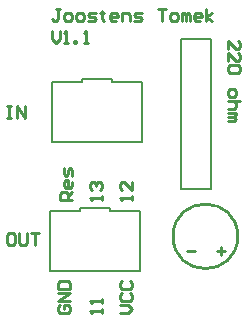
<source format=gto>
G04 Layer_Color=65535*
%FSLAX44Y44*%
%MOMM*%
G71*
G01*
G75*
%ADD10C,0.2540*%
%ADD17C,0.1270*%
D10*
X230557Y105410D02*
G03*
X230557Y105410I-27357J0D01*
G01*
X80431Y297681D02*
X77046D01*
X78738D01*
Y289217D01*
X77046Y287524D01*
X75353D01*
X73660Y289217D01*
X85510Y287524D02*
X88895D01*
X90588Y289217D01*
Y292602D01*
X88895Y294295D01*
X85510D01*
X83817Y292602D01*
Y289217D01*
X85510Y287524D01*
X95666D02*
X99052D01*
X100745Y289217D01*
Y292602D01*
X99052Y294295D01*
X95666D01*
X93973Y292602D01*
Y289217D01*
X95666Y287524D01*
X104130D02*
X109208D01*
X110901Y289217D01*
X109208Y290910D01*
X105823D01*
X104130Y292602D01*
X105823Y294295D01*
X110901D01*
X115980Y295988D02*
Y294295D01*
X114287D01*
X117673D01*
X115980D01*
Y289217D01*
X117673Y287524D01*
X127829D02*
X124444D01*
X122751Y289217D01*
Y292602D01*
X124444Y294295D01*
X127829D01*
X129522Y292602D01*
Y290910D01*
X122751D01*
X132908Y287524D02*
Y294295D01*
X137986D01*
X139679Y292602D01*
Y287524D01*
X143064D02*
X148143D01*
X149835Y289217D01*
X148143Y290910D01*
X144757D01*
X143064Y292602D01*
X144757Y294295D01*
X149835D01*
X163378Y297681D02*
X170149D01*
X166763D01*
Y287524D01*
X175227D02*
X178613D01*
X180306Y289217D01*
Y292602D01*
X178613Y294295D01*
X175227D01*
X173535Y292602D01*
Y289217D01*
X175227Y287524D01*
X183691D02*
Y294295D01*
X185384D01*
X187077Y292602D01*
Y287524D01*
Y292602D01*
X188769Y294295D01*
X190462Y292602D01*
Y287524D01*
X198926D02*
X195541D01*
X193848Y289217D01*
Y292602D01*
X195541Y294295D01*
X198926D01*
X200619Y292602D01*
Y290910D01*
X193848D01*
X204005Y287524D02*
Y297681D01*
Y290910D02*
X209083Y294295D01*
X204005Y290910D02*
X209083Y287524D01*
X73660Y279397D02*
Y272626D01*
X77046Y269240D01*
X80431Y272626D01*
Y279397D01*
X83817Y269240D02*
X87202D01*
X85510D01*
Y279397D01*
X83817Y277704D01*
X92281Y269240D02*
Y270933D01*
X93973D01*
Y269240D01*
X92281D01*
X100745D02*
X104130D01*
X102437D01*
Y279397D01*
X100745Y277704D01*
X35560Y215897D02*
X38946D01*
X37253D01*
Y205740D01*
X35560D01*
X38946D01*
X44024D02*
Y215897D01*
X50795Y205740D01*
Y215897D01*
X40638Y107947D02*
X37253D01*
X35560Y106254D01*
Y99483D01*
X37253Y97790D01*
X40638D01*
X42331Y99483D01*
Y106254D01*
X40638Y107947D01*
X45717D02*
Y99483D01*
X47410Y97790D01*
X50795D01*
X52488Y99483D01*
Y107947D01*
X55873D02*
X62645D01*
X59259D01*
Y97790D01*
X222250Y263739D02*
Y270510D01*
X229021Y263739D01*
X230714D01*
X232407Y265432D01*
Y268817D01*
X230714Y270510D01*
X222250Y253582D02*
Y260353D01*
X229021Y253582D01*
X230714D01*
X232407Y255275D01*
Y258661D01*
X230714Y260353D01*
Y250197D02*
X232407Y248504D01*
Y245118D01*
X230714Y243425D01*
X223943D01*
X222250Y245118D01*
Y248504D01*
X223943Y250197D01*
X230714D01*
X222250Y228190D02*
Y224805D01*
X223943Y223112D01*
X227328D01*
X229021Y224805D01*
Y228190D01*
X227328Y229883D01*
X223943D01*
X222250Y228190D01*
X232407Y219726D02*
X222250D01*
X227328D01*
X229021Y218034D01*
Y214648D01*
X227328Y212955D01*
X222250D01*
Y209570D02*
X229021D01*
Y207877D01*
X227328Y206184D01*
X222250D01*
X227328D01*
X229021Y204491D01*
X227328Y202799D01*
X222250D01*
X90170Y135890D02*
X80013D01*
Y140968D01*
X81706Y142661D01*
X85092D01*
X86784Y140968D01*
Y135890D01*
Y139276D02*
X90170Y142661D01*
Y151125D02*
Y147739D01*
X88477Y146047D01*
X85092D01*
X83399Y147739D01*
Y151125D01*
X85092Y152818D01*
X86784D01*
Y146047D01*
X90170Y156203D02*
Y161282D01*
X88477Y162975D01*
X86784Y161282D01*
Y157896D01*
X85092Y156203D01*
X83399Y157896D01*
Y162975D01*
X115570Y135890D02*
Y139276D01*
Y137583D01*
X105413D01*
X107106Y135890D01*
Y144354D02*
X105413Y146047D01*
Y149432D01*
X107106Y151125D01*
X108799D01*
X110492Y149432D01*
Y147739D01*
Y149432D01*
X112184Y151125D01*
X113877D01*
X115570Y149432D01*
Y146047D01*
X113877Y144354D01*
X140970Y135890D02*
Y139276D01*
Y137583D01*
X130813D01*
X132506Y135890D01*
X140970Y151125D02*
Y144354D01*
X134199Y151125D01*
X132506D01*
X130813Y149432D01*
Y146047D01*
X132506Y144354D01*
X115570Y40640D02*
Y44026D01*
Y42333D01*
X105413D01*
X107106Y40640D01*
X115570Y49104D02*
Y52490D01*
Y50797D01*
X105413D01*
X107106Y49104D01*
X130813Y40640D02*
X137584D01*
X140970Y44026D01*
X137584Y47411D01*
X130813D01*
X132506Y57568D02*
X130813Y55875D01*
Y52490D01*
X132506Y50797D01*
X139277D01*
X140970Y52490D01*
Y55875D01*
X139277Y57568D01*
X132506Y67725D02*
X130813Y66032D01*
Y62646D01*
X132506Y60953D01*
X139277D01*
X140970Y62646D01*
Y66032D01*
X139277Y67725D01*
X80436Y47411D02*
X78743Y45718D01*
Y42333D01*
X80436Y40640D01*
X87207D01*
X88900Y42333D01*
Y45718D01*
X87207Y47411D01*
X83822D01*
Y44026D01*
X88900Y50797D02*
X78743D01*
X88900Y57568D01*
X78743D01*
Y60953D02*
X88900D01*
Y66032D01*
X87207Y67725D01*
X80436D01*
X78743Y66032D01*
Y60953D01*
X213360Y92708D02*
X220131D01*
X216746Y96094D02*
Y89323D01*
X187960Y92708D02*
X194731D01*
D17*
X182880Y272720D02*
X208280D01*
X182880Y145720D02*
Y272720D01*
X208280Y145720D02*
Y272720D01*
X182880Y145720D02*
X208280D01*
X73080Y185080D02*
Y235880D01*
Y185080D02*
X149280D01*
Y235880D01*
X123880D02*
X149280D01*
X123880D02*
Y238420D01*
X98480D02*
X123880D01*
X98480Y235880D02*
Y238420D01*
X73080Y235880D02*
X98480D01*
X71810Y75860D02*
Y126660D01*
Y75860D02*
X148010D01*
Y126660D01*
X122610D02*
X148010D01*
X122610D02*
Y129200D01*
X97210D02*
X122610D01*
X97210Y126660D02*
Y129200D01*
X71810Y126660D02*
X97210D01*
M02*

</source>
